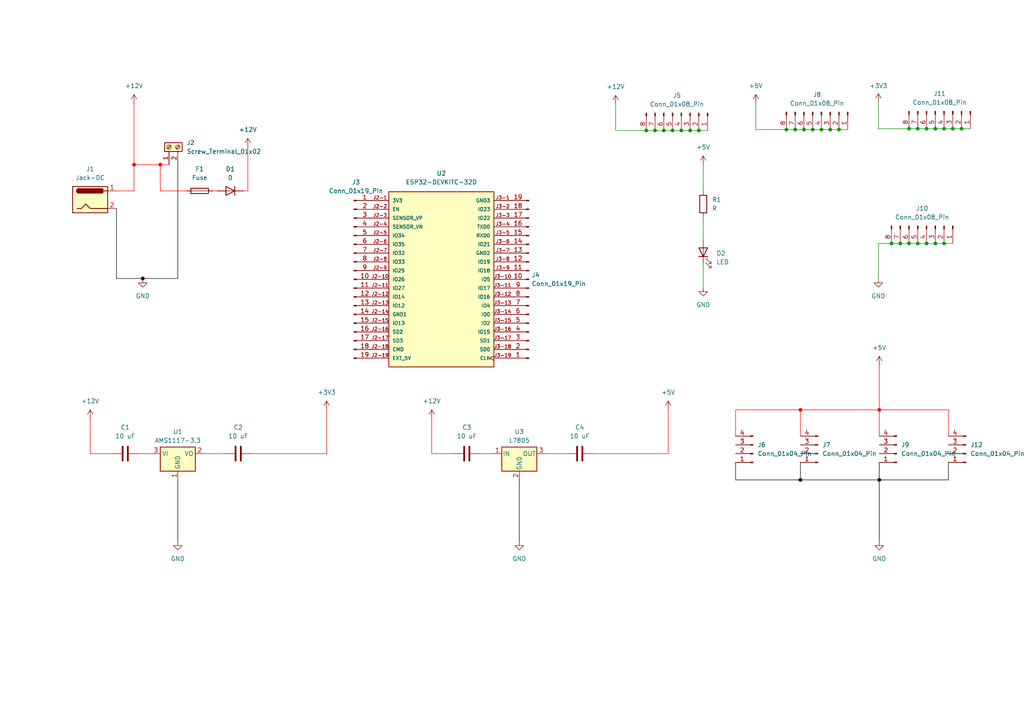
<source format=kicad_sch>
(kicad_sch (version 20231120) (generator "eeschema") (generator_version "8.0")
  (paper "A4")
  (lib_symbols
    (symbol "Connector:Conn_01x04_Pin" (pin_names (offset 1.016) hide)
      (property "Reference" "J" (at 0 5.08 0))
      (property "Value" "Conn_01x04_Pin" (at 0 -7.62 0))
      (symbol "Conn_01x04_Pin_1_1"
        (polyline (pts (xy 1.27 -5.08) (xy 0.8636 -5.08)) (stroke (width 0.1524)))
        (polyline (pts (xy 1.27 -2.54) (xy 0.8636 -2.54)) (stroke (width 0.1524)))
        (polyline (pts (xy 1.27 0) (xy 0.8636 0)) (stroke (width 0.1524)))
        (polyline (pts (xy 1.27 2.54) (xy 0.8636 2.54)) (stroke (width 0.1524)))
        (rectangle (start 0.8636 -4.953) (end 0 -5.207) (stroke (width 0.1524)) (fill (type outline)))
        (rectangle (start 0.8636 -2.413) (end 0 -2.667) (stroke (width 0.1524)) (fill (type outline)))
        (rectangle (start 0.8636 0.127) (end 0 -0.127) (stroke (width 0.1524)) (fill (type outline)))
        (rectangle (start 0.8636 2.667) (end 0 2.413) (stroke (width 0.1524)) (fill (type outline)))
        (pin passive line (at 5.08 2.54 180) (length 3.81) (name "Pin_1") (number "1"))
        (pin passive line (at 5.08 0 180) (length 3.81) (name "Pin_2") (number "2"))
        (pin passive line (at 5.08 -2.54 180) (length 3.81) (name "Pin_3") (number "3"))
        (pin passive line (at 5.08 -5.08 180) (length 3.81) (name "Pin_4") (number "4"))
      )
    )
    (symbol "Connector:Conn_01x08_Pin" (pin_names (offset 1.016) hide)
      (property "Reference" "J" (at 0 10.16 0))
      (property "Value" "Conn_01x08_Pin" (at 0 -12.7 0))
      (symbol "Conn_01x08_Pin_1_1"
        (polyline (pts (xy 1.27 -10.16) (xy 0.8636 -10.16)) (stroke (width 0.1524)))
        (polyline (pts (xy 1.27 -7.62) (xy 0.8636 -7.62)) (stroke (width 0.1524)))
        (polyline (pts (xy 1.27 -5.08) (xy 0.8636 -5.08)) (stroke (width 0.1524)))
        (polyline (pts (xy 1.27 -2.54) (xy 0.8636 -2.54)) (stroke (width 0.1524)))
        (polyline (pts (xy 1.27 0) (xy 0.8636 0)) (stroke (width 0.1524)))
        (polyline (pts (xy 1.27 2.54) (xy 0.8636 2.54)) (stroke (width 0.1524)))
        (polyline (pts (xy 1.27 5.08) (xy 0.8636 5.08)) (stroke (width 0.1524)))
        (polyline (pts (xy 1.27 7.62) (xy 0.8636 7.62)) (stroke (width 0.1524)))
        (rectangle (start 0.8636 -10.033) (end 0 -10.287) (stroke (width 0.1524)) (fill (type outline)))
        (rectangle (start 0.8636 -7.493) (end 0 -7.747) (stroke (width 0.1524)) (fill (type outline)))
        (rectangle (start 0.8636 -4.953) (end 0 -5.207) (stroke (width 0.1524)) (fill (type outline)))
        (rectangle (start 0.8636 -2.413) (end 0 -2.667) (stroke (width 0.1524)) (fill (type outline)))
        (rectangle (start 0.8636 0.127) (end 0 -0.127) (stroke (width 0.1524)) (fill (type outline)))
        (rectangle (start 0.8636 2.667) (end 0 2.413) (stroke (width 0.1524)) (fill (type outline)))
        (rectangle (start 0.8636 5.207) (end 0 4.953) (stroke (width 0.1524)) (fill (type outline)))
        (rectangle (start 0.8636 7.747) (end 0 7.493) (stroke (width 0.1524)) (fill (type outline)))
        (pin passive line (at 5.08 7.62 180) (length 3.81) (name "Pin_1") (number "1"))
        (pin passive line (at 5.08 5.08 180) (length 3.81) (name "Pin_2") (number "2"))
        (pin passive line (at 5.08 2.54 180) (length 3.81) (name "Pin_3") (number "3"))
        (pin passive line (at 5.08 0 180) (length 3.81) (name "Pin_4") (number "4"))
        (pin passive line (at 5.08 -2.54 180) (length 3.81) (name "Pin_5") (number "5"))
        (pin passive line (at 5.08 -5.08 180) (length 3.81) (name "Pin_6") (number "6"))
        (pin passive line (at 5.08 -7.62 180) (length 3.81) (name "Pin_7") (number "7"))
        (pin passive line (at 5.08 -10.16 180) (length 3.81) (name "Pin_8") (number "8"))
      )
    )
    (symbol "Connector:Conn_01x19_Pin" (pin_names (offset 1.016) hide)
      (property "Reference" "J" (at 0 25.4 0))
      (property "Value" "Conn_01x19_Pin" (at 0 -25.4 0))
      (symbol "Conn_01x19_Pin_1_1"
        (polyline (pts (xy 1.27 -22.86) (xy 0.8636 -22.86)) (stroke (width 0.1524)))
        (polyline (pts (xy 1.27 -20.32) (xy 0.8636 -20.32)) (stroke (width 0.1524)))
        (polyline (pts (xy 1.27 -17.78) (xy 0.8636 -17.78)) (stroke (width 0.1524)))
        (polyline (pts (xy 1.27 -15.24) (xy 0.8636 -15.24)) (stroke (width 0.1524)))
        (polyline (pts (xy 1.27 -12.7) (xy 0.8636 -12.7)) (stroke (width 0.1524)))
        (polyline (pts (xy 1.27 -10.16) (xy 0.8636 -10.16)) (stroke (width 0.1524)))
        (polyline (pts (xy 1.27 -7.62) (xy 0.8636 -7.62)) (stroke (width 0.1524)))
        (polyline (pts (xy 1.27 -5.08) (xy 0.8636 -5.08)) (stroke (width 0.1524)))
        (polyline (pts (xy 1.27 -2.54) (xy 0.8636 -2.54)) (stroke (width 0.1524)))
        (polyline (pts (xy 1.27 0) (xy 0.8636 0)) (stroke (width 0.1524)))
        (polyline (pts (xy 1.27 2.54) (xy 0.8636 2.54)) (stroke (width 0.1524)))
        (polyline (pts (xy 1.27 5.08) (xy 0.8636 5.08)) (stroke (width 0.1524)))
        (polyline (pts (xy 1.27 7.62) (xy 0.8636 7.62)) (stroke (width 0.1524)))
        (polyline (pts (xy 1.27 10.16) (xy 0.8636 10.16)) (stroke (width 0.1524)))
        (polyline (pts (xy 1.27 12.7) (xy 0.8636 12.7)) (stroke (width 0.1524)))
        (polyline (pts (xy 1.27 15.24) (xy 0.8636 15.24)) (stroke (width 0.1524)))
        (polyline (pts (xy 1.27 17.78) (xy 0.8636 17.78)) (stroke (width 0.1524)))
        (polyline (pts (xy 1.27 20.32) (xy 0.8636 20.32)) (stroke (width 0.1524)))
        (polyline (pts (xy 1.27 22.86) (xy 0.8636 22.86)) (stroke (width 0.1524)))
        (rectangle (start 0.8636 -22.733) (end 0 -22.987) (stroke (width 0.1524)) (fill (type outline)))
        (rectangle (start 0.8636 -20.193) (end 0 -20.447) (stroke (width 0.1524)) (fill (type outline)))
        (rectangle (start 0.8636 -17.653) (end 0 -17.907) (stroke (width 0.1524)) (fill (type outline)))
        (rectangle (start 0.8636 -15.113) (end 0 -15.367) (stroke (width 0.1524)) (fill (type outline)))
        (rectangle (start 0.8636 -12.573) (end 0 -12.827) (stroke (width 0.1524)) (fill (type outline)))
        (rectangle (start 0.8636 -10.033) (end 0 -10.287) (stroke (width 0.1524)) (fill (type outline)))
        (rectangle (start 0.8636 -7.493) (end 0 -7.747) (stroke (width 0.1524)) (fill (type outline)))
        (rectangle (start 0.8636 -4.953) (end 0 -5.207) (stroke (width 0.1524)) (fill (type outline)))
        (rectangle (start 0.8636 -2.413) (end 0 -2.667) (stroke (width 0.1524)) (fill (type outline)))
        (rectangle (start 0.8636 0.127) (end 0 -0.127) (stroke (width 0.1524)) (fill (type outline)))
        (rectangle (start 0.8636 2.667) (end 0 2.413) (stroke (width 0.1524)) (fill (type outline)))
        (rectangle (start 0.8636 5.207) (end 0 4.953) (stroke (width 0.1524)) (fill (type outline)))
        (rectangle (start 0.8636 7.747) (end 0 7.493) (stroke (width 0.1524)) (fill (type outline)))
        (rectangle (start 0.8636 10.287) (end 0 10.033) (stroke (width 0.1524)) (fill (type outline)))
        (rectangle (start 0.8636 12.827) (end 0 12.573) (stroke (width 0.1524)) (fill (type outline)))
        (rectangle (start 0.8636 15.367) (end 0 15.113) (stroke (width 0.1524)) (fill (type outline)))
        (rectangle (start 0.8636 17.907) (end 0 17.653) (stroke (width 0.1524)) (fill (type outline)))
        (rectangle (start 0.8636 20.447) (end 0 20.193) (stroke (width 0.1524)) (fill (type outline)))
        (rectangle (start 0.8636 22.987) (end 0 22.733) (stroke (width 0.1524)) (fill (type outline)))
        (pin passive line (at 5.08 22.86 180) (length 3.81) (name "Pin_1") (number "1"))
        (pin passive line (at 5.08 0 180) (length 3.81) (name "Pin_10") (number "10"))
        (pin passive line (at 5.08 -2.54 180) (length 3.81) (name "Pin_11") (number "11"))
        (pin passive line (at 5.08 -5.08 180) (length 3.81) (name "Pin_12") (number "12"))
        (pin passive line (at 5.08 -7.62 180) (length 3.81) (name "Pin_13") (number "13"))
        (pin passive line (at 5.08 -10.16 180) (length 3.81) (name "Pin_14") (number "14"))
        (pin passive line (at 5.08 -12.7 180) (length 3.81) (name "Pin_15") (number "15"))
        (pin passive line (at 5.08 -15.24 180) (length 3.81) (name "Pin_16") (number "16"))
        (pin passive line (at 5.08 -17.78 180) (length 3.81) (name "Pin_17") (number "17"))
        (pin passive line (at 5.08 -20.32 180) (length 3.81) (name "Pin_18") (number "18"))
        (pin passive line (at 5.08 -22.86 180) (length 3.81) (name "Pin_19") (number "19"))
        (pin passive line (at 5.08 20.32 180) (length 3.81) (name "Pin_2") (number "2"))
        (pin passive line (at 5.08 17.78 180) (length 3.81) (name "Pin_3") (number "3"))
        (pin passive line (at 5.08 15.24 180) (length 3.81) (name "Pin_4") (number "4"))
        (pin passive line (at 5.08 12.7 180) (length 3.81) (name "Pin_5") (number "5"))
        (pin passive line (at 5.08 10.16 180) (length 3.81) (name "Pin_6") (number "6"))
        (pin passive line (at 5.08 7.62 180) (length 3.81) (name "Pin_7") (number "7"))
        (pin passive line (at 5.08 5.08 180) (length 3.81) (name "Pin_8") (number "8"))
        (pin passive line (at 5.08 2.54 180) (length 3.81) (name "Pin_9") (number "9"))
      )
    )
    (symbol "Connector:Jack-DC" (pin_names (offset 1.016))
      (property "Reference" "J" (at 0 5.334 0))
      (property "Value" "Jack-DC" (at 0 -5.08 0))
      (symbol "Jack-DC_0_1"
        (rectangle (start -5.08 3.81) (end 5.08 -3.81) (stroke (width 0.254)) (fill (type background)))
        (arc (start -3.302 3.175) (mid -3.9343 2.54) (end -3.302 1.905) (stroke (width 0.254)))
        (arc (start -3.302 3.175) (mid -3.9343 2.54) (end -3.302 1.905) (stroke (width 0.254)) (fill (type outline)))
        (polyline (pts (xy 5.08 2.54) (xy 3.81 2.54)) (stroke (width 0.254)))
        (polyline (pts (xy -3.81 -2.54) (xy -2.54 -2.54) (xy -1.27 -1.27) (xy 0 -2.54) (xy 2.54 -2.54) (xy 5.08 -2.54)) (stroke (width 0.254)))
        (rectangle (start 3.683 3.175) (end -3.302 1.905) (stroke (width 0.254)) (fill (type outline)))
      )
      (symbol "Jack-DC_1_1"
        (pin passive line (at 7.62 2.54 180) (length 2.54) (name "~") (number "1"))
        (pin passive line (at 7.62 -2.54 180) (length 2.54) (name "~") (number "2"))
      )
    )
    (symbol "Connector:Screw_Terminal_01x02" (pin_names (offset 1.016) hide)
      (property "Reference" "J" (at 0 2.54 0))
      (property "Value" "Screw_Terminal_01x02" (at 0 -5.08 0))
      (symbol "Screw_Terminal_01x02_1_1"
        (rectangle (start -1.27 1.27) (end 1.27 -3.81) (stroke (width 0.254)) (fill (type background)))
        (circle (center 0 -2.54) (radius 0.635) (stroke (width 0.1524)))
        (polyline (pts (xy -0.5334 -2.2098) (xy 0.3302 -3.048)) (stroke (width 0.1524)))
        (polyline (pts (xy -0.5334 0.3302) (xy 0.3302 -0.508)) (stroke (width 0.1524)))
        (polyline (pts (xy -0.3556 -2.032) (xy 0.508 -2.8702)) (stroke (width 0.1524)))
        (polyline (pts (xy -0.3556 0.508) (xy 0.508 -0.3302)) (stroke (width 0.1524)))
        (circle (center 0 0) (radius 0.635) (stroke (width 0.1524)))
        (pin passive line (at -5.08 0 0) (length 3.81) (name "Pin_1") (number "1"))
        (pin passive line (at -5.08 -2.54 0) (length 3.81) (name "Pin_2") (number "2"))
      )
    )
    (symbol "Device:C" (pin_numbers hide) (pin_names (offset 0.254))
      (property "Reference" "C" (at 0.635 2.54 0))
      (property "Value" "C" (at 0.635 -2.54 0))
      (symbol "C_0_1"
        (polyline (pts (xy -2.032 -0.762) (xy 2.032 -0.762)) (stroke (width 0.508)))
        (polyline (pts (xy -2.032 0.762) (xy 2.032 0.762)) (stroke (width 0.508)))
      )
      (symbol "C_1_1"
        (pin passive line (at 0 3.81 270) (length 2.794) (name "~") (number "1"))
        (pin passive line (at 0 -3.81 90) (length 2.794) (name "~") (number "2"))
      )
    )
    (symbol "Device:D" (pin_numbers hide) (pin_names (offset 1.016) hide)
      (property "Reference" "D" (at 0 2.54 0))
      (property "Value" "D" (at 0 -2.54 0))
      (symbol "D_0_1"
        (polyline (pts (xy -1.27 1.27) (xy -1.27 -1.27)) (stroke (width 0.254)))
        (polyline (pts (xy 1.27 0) (xy -1.27 0)))
        (polyline (pts (xy 1.27 1.27) (xy 1.27 -1.27) (xy -1.27 0) (xy 1.27 1.27)) (stroke (width 0.254)))
      )
      (symbol "D_1_1"
        (pin passive line (at -3.81 0 0) (length 2.54) (name "K") (number "1"))
        (pin passive line (at 3.81 0 180) (length 2.54) (name "A") (number "2"))
      )
    )
    (symbol "Device:Fuse" (pin_numbers hide) (pin_names (offset 0))
      (property "Reference" "F" (at 2.032 0 90))
      (property "Value" "Fuse" (at -1.905 0 90))
      (symbol "Fuse_0_1"
        (rectangle (start -0.762 -2.54) (end 0.762 2.54) (stroke (width 0.254)))
        (polyline (pts (xy 0 2.54) (xy 0 -2.54)))
      )
      (symbol "Fuse_1_1"
        (pin passive line (at 0 3.81 270) (length 1.27) (name "~") (number "1"))
        (pin passive line (at 0 -3.81 90) (length 1.27) (name "~") (number "2"))
      )
    )
    (symbol "Device:LED" (pin_numbers hide) (pin_names (offset 1.016) hide)
      (property "Reference" "D" (at 0 2.54 0))
      (property "Value" "LED" (at 0 -2.54 0))
      (symbol "LED_0_1"
        (polyline (pts (xy -1.27 -1.27) (xy -1.27 1.27)) (stroke (width 0.254)))
        (polyline (pts (xy -1.27 0) (xy 1.27 0)))
        (polyline (pts (xy 1.27 -1.27) (xy 1.27 1.27) (xy -1.27 0) (xy 1.27 -1.27)) (stroke (width 0.254)))
        (polyline (pts (xy -3.048 -0.762) (xy -4.572 -2.286) (xy -3.81 -2.286) (xy -4.572 -2.286) (xy -4.572 -1.524)))
        (polyline (pts (xy -1.778 -0.762) (xy -3.302 -2.286) (xy -2.54 -2.286) (xy -3.302 -2.286) (xy -3.302 -1.524)))
      )
      (symbol "LED_1_1"
        (pin passive line (at -3.81 0 0) (length 2.54) (name "K") (number "1"))
        (pin passive line (at 3.81 0 180) (length 2.54) (name "A") (number "2"))
      )
    )
    (symbol "Device:R" (pin_numbers hide) (pin_names (offset 0))
      (property "Reference" "R" (at 2.032 0 90))
      (property "Value" "R" (at 0 0 90))
      (symbol "R_0_1"
        (rectangle (start -1.016 -2.54) (end 1.016 2.54) (stroke (width 0.254)))
      )
      (symbol "R_1_1"
        (pin passive line (at 0 3.81 270) (length 1.27) (name "~") (number "1"))
        (pin passive line (at 0 -3.81 90) (length 1.27) (name "~") (number "2"))
      )
    )
    (symbol "ESP32-DEVKITC-32D:ESP32-DEVKITC-32D" (pin_names (offset 1.016))
      (property "Reference" "U" (at -15.2572 26.0643 0))
      (property "Value" "ESP32-DEVKITC-32D" (at -15.2563 -27.9698 0))
      (symbol "ESP32-DEVKITC-32D_0_0"
        (rectangle (start -15.24 -25.4) (end 15.24 25.4) (stroke (width 0.254)) (fill (type background)))
        (pin power_in line (at -20.32 22.86 0) (length 5.08) (name "3V3") (number "J2-1"))
        (pin bidirectional line (at -20.32 0 0) (length 5.08) (name "IO26") (number "J2-10"))
        (pin bidirectional line (at -20.32 -2.54 0) (length 5.08) (name "IO27") (number "J2-11"))
        (pin bidirectional line (at -20.32 -5.08 0) (length 5.08) (name "IO14") (number "J2-12"))
        (pin bidirectional line (at -20.32 -7.62 0) (length 5.08) (name "IO12") (number "J2-13"))
        (pin power_in line (at -20.32 -10.16 0) (length 5.08) (name "GND1") (number "J2-14"))
        (pin bidirectional line (at -20.32 -12.7 0) (length 5.08) (name "IO13") (number "J2-15"))
        (pin bidirectional line (at -20.32 -15.24 0) (length 5.08) (name "SD2") (number "J2-16"))
        (pin bidirectional line (at -20.32 -17.78 0) (length 5.08) (name "SD3") (number "J2-17"))
        (pin bidirectional line (at -20.32 -20.32 0) (length 5.08) (name "CMD") (number "J2-18"))
        (pin power_in line (at -20.32 -22.86 0) (length 5.08) (name "EXT_5V") (number "J2-19"))
        (pin input line (at -20.32 20.32 0) (length 5.08) (name "EN") (number "J2-2"))
        (pin input line (at -20.32 17.78 0) (length 5.08) (name "SENSOR_VP") (number "J2-3"))
        (pin input line (at -20.32 15.24 0) (length 5.08) (name "SENSOR_VN") (number "J2-4"))
        (pin bidirectional line (at -20.32 12.7 0) (length 5.08) (name "IO34") (number "J2-5"))
        (pin bidirectional line (at -20.32 10.16 0) (length 5.08) (name "IO35") (number "J2-6"))
        (pin bidirectional line (at -20.32 7.62 0) (length 5.08) (name "IO32") (number "J2-7"))
        (pin bidirectional line (at -20.32 5.08 0) (length 5.08) (name "IO33") (number "J2-8"))
        (pin bidirectional line (at -20.32 2.54 0) (length 5.08) (name "IO25") (number "J2-9"))
        (pin power_in line (at 20.32 22.86 180) (length 5.08) (name "GND3") (number "J3-1"))
        (pin bidirectional line (at 20.32 0 180) (length 5.08) (name "IO5") (number "J3-10"))
        (pin bidirectional line (at 20.32 -2.54 180) (length 5.08) (name "IO17") (number "J3-11"))
        (pin bidirectional line (at 20.32 -5.08 180) (length 5.08) (name "IO16") (number "J3-12"))
        (pin bidirectional line (at 20.32 -7.62 180) (length 5.08) (name "IO4") (number "J3-13"))
        (pin bidirectional line (at 20.32 -10.16 180) (length 5.08) (name "IO0") (number "J3-14"))
        (pin bidirectional line (at 20.32 -12.7 180) (length 5.08) (name "IO2") (number "J3-15"))
        (pin bidirectional line (at 20.32 -15.24 180) (length 5.08) (name "IO15") (number "J3-16"))
        (pin bidirectional line (at 20.32 -17.78 180) (length 5.08) (name "SD1") (number "J3-17"))
        (pin bidirectional line (at 20.32 -20.32 180) (length 5.08) (name "SD0") (number "J3-18"))
        (pin input clock (at 20.32 -22.86 180) (length 5.08) (name "CLK") (number "J3-19"))
        (pin bidirectional line (at 20.32 20.32 180) (length 5.08) (name "IO23") (number "J3-2"))
        (pin bidirectional line (at 20.32 17.78 180) (length 5.08) (name "IO22") (number "J3-3"))
        (pin output line (at 20.32 15.24 180) (length 5.08) (name "TXD0") (number "J3-4"))
        (pin input line (at 20.32 12.7 180) (length 5.08) (name "RXD0") (number "J3-5"))
        (pin bidirectional line (at 20.32 10.16 180) (length 5.08) (name "IO21") (number "J3-6"))
        (pin power_in line (at 20.32 7.62 180) (length 5.08) (name "GND2") (number "J3-7"))
        (pin bidirectional line (at 20.32 5.08 180) (length 5.08) (name "IO19") (number "J3-8"))
        (pin bidirectional line (at 20.32 2.54 180) (length 5.08) (name "IO18") (number "J3-9"))
      )
    )
    (symbol "Regulator_Linear:AMS1117-3.3"
      (property "Reference" "U" (at -3.81 3.175 0))
      (property "Value" "AMS1117-3.3" (at 0 3.175 0))
      (symbol "AMS1117-3.3_0_1"
        (rectangle (start -5.08 -5.08) (end 5.08 1.905) (stroke (width 0.254)) (fill (type background)))
      )
      (symbol "AMS1117-3.3_1_1"
        (pin power_in line (at 0 -7.62 90) (length 2.54) (name "GND") (number "1"))
        (pin power_out line (at 7.62 0 180) (length 2.54) (name "VO") (number "2"))
        (pin power_in line (at -7.62 0 0) (length 2.54) (name "VI") (number "3"))
      )
    )
    (symbol "Regulator_Linear:L7805" (pin_names (offset 0.254))
      (property "Reference" "U" (at -3.81 3.175 0))
      (property "Value" "L7805" (at 0 3.175 0))
      (symbol "L7805_0_1"
        (rectangle (start -5.08 1.905) (end 5.08 -5.08) (stroke (width 0.254)) (fill (type background)))
      )
      (symbol "L7805_1_1"
        (pin power_in line (at -7.62 0 0) (length 2.54) (name "IN") (number "1"))
        (pin power_in line (at 0 -7.62 90) (length 2.54) (name "GND") (number "2"))
        (pin power_out line (at 7.62 0 180) (length 2.54) (name "OUT") (number "3"))
      )
    )
    (symbol "power:+12V" (power) (pin_numbers hide) (pin_names (offset 0) hide)
      (property "Value" "+12V" (at 0 3.556 0))
      (symbol "+12V_0_1"
        (polyline (pts (xy -0.762 1.27) (xy 0 2.54)))
        (polyline (pts (xy 0 0) (xy 0 2.54)))
        (polyline (pts (xy 0 2.54) (xy 0.762 1.27)))
      )
      (symbol "+12V_1_1"
        (pin power_in line (at 0 0 90) (length 0) (name "~") (number "1"))
      )
    )
    (symbol "power:+3V3" (power) (pin_numbers hide) (pin_names (offset 0) hide)
      (property "Value" "+3V3" (at 0 3.556 0))
      (symbol "+3V3_0_1"
        (polyline (pts (xy -0.762 1.27) (xy 0 2.54)))
        (polyline (pts (xy 0 0) (xy 0 2.54)))
        (polyline (pts (xy 0 2.54) (xy 0.762 1.27)))
      )
      (symbol "+3V3_1_1"
        (pin power_in line (at 0 0 90) (length 0) (name "~") (number "1"))
      )
    )
    (symbol "power:+5V" (power) (pin_numbers hide) (pin_names (offset 0) hide)
      (property "Value" "+5V" (at 0 3.556 0))
      (symbol "+5V_0_1"
        (polyline (pts (xy -0.762 1.27) (xy 0 2.54)))
        (polyline (pts (xy 0 0) (xy 0 2.54)))
        (polyline (pts (xy 0 2.54) (xy 0.762 1.27)))
      )
      (symbol "+5V_1_1"
        (pin power_in line (at 0 0 90) (length 0) (name "~") (number "1"))
      )
    )
    (symbol "power:GND" (power) (pin_numbers hide) (pin_names (offset 0) hide)
      (property "Value" "GND" (at 0 -3.81 0))
      (symbol "GND_0_1"
        (polyline (pts (xy 0 0) (xy 0 -1.27) (xy 1.27 -1.27) (xy 0 -2.54) (xy -1.27 -1.27) (xy 0 -1.27)))
      )
      (symbol "GND_1_1"
        (pin power_in line (at 0 0 270) (length 0) (name "~") (number "1"))
      )
    )
  )
  (junction (at 202.692 37.846))
  (junction (at 38.862 47.752) (color 255 0 0 1))
  (junction (at 273.812 37.338))
  (junction (at 263.652 70.612))
  (junction (at 187.452 37.846))
  (junction (at 273.812 70.612))
  (junction (at 192.532 37.846))
  (junction (at 228.092 37.592))
  (junction (at 258.572 70.612))
  (junction (at 41.402 80.772) (color 0 0 0 1))
  (junction (at 233.172 37.592))
  (junction (at 261.112 70.612))
  (junction (at 271.272 37.338))
  (junction (at 240.792 37.592))
  (junction (at 238.252 37.592))
  (junction (at 263.652 37.338))
  (junction (at 200.152 37.846))
  (junction (at 232.156 118.872) (color 255 0 0 1))
  (junction (at 255.016 118.872) (color 255 0 0 1))
  (junction (at 197.612 37.846))
  (junction (at 255.016 139.192) (color 0 0 0 1))
  (junction (at 46.482 47.752) (color 255 0 0 1))
  (junction (at 268.732 37.338))
  (junction (at 266.192 70.612))
  (junction (at 268.732 70.612))
  (junction (at 189.992 37.846))
  (junction (at 235.712 37.592))
  (junction (at 243.332 37.592))
  (junction (at 232.156 139.192) (color 0 0 0 1))
  (junction (at 266.192 37.338))
  (junction (at 230.632 37.592))
  (junction (at 278.892 37.338))
  (junction (at 276.352 37.338))
  (junction (at 195.072 37.846))
  (junction (at 271.272 70.612))
  (wire (pts (xy 51.562 47.752) (xy 51.562 80.772)) (stroke (width 0) (color 0 0 0 1)))
  (wire (pts (xy 187.452 37.846) (xy 189.992 37.846)))
  (wire (pts (xy 254.762 70.612) (xy 254.762 80.772)))
  (wire (pts (xy 189.992 37.846) (xy 192.532 37.846)))
  (wire (pts (xy 232.156 139.192) (xy 255.016 139.192)) (stroke (width 0) (color 0 0 0 1)))
  (wire (pts (xy 200.152 37.846) (xy 202.692 37.846)))
  (wire (pts (xy 178.562 37.846) (xy 187.452 37.846)))
  (wire (pts (xy 243.332 37.592) (xy 245.872 37.592)))
  (wire (pts (xy 40.132 131.572) (xy 43.942 131.572)) (stroke (width 0) (color 255 0 0 1)))
  (wire (pts (xy 33.782 80.772) (xy 41.402 80.772)) (stroke (width 0) (color 0 0 0 1)))
  (wire (pts (xy 268.732 70.612) (xy 271.272 70.612)))
  (wire (pts (xy 219.202 29.972) (xy 219.202 37.592)))
  (wire (pts (xy 171.958 131.572) (xy 193.802 131.572)) (stroke (width 0) (color 255 0 0 1)))
  (wire (pts (xy 178.562 30.226) (xy 178.562 37.846)))
  (wire (pts (xy 51.562 139.192) (xy 51.562 156.972)) (stroke (width 0) (color 0 0 0 1)))
  (wire (pts (xy 46.482 47.752) (xy 49.022 47.752)) (stroke (width 0) (color 255 0 0 1)))
  (wire (pts (xy 139.192 131.572) (xy 143.002 131.572)) (stroke (width 0) (color 255 0 0 1)))
  (wire (pts (xy 255.016 118.872) (xy 275.082 118.872)) (stroke (width 0) (color 255 0 0 1)))
  (wire (pts (xy 38.862 47.752) (xy 38.862 55.372)) (stroke (width 0) (color 255 0 0 1)))
  (wire (pts (xy 230.632 37.592) (xy 233.172 37.592)))
  (wire (pts (xy 255.016 139.192) (xy 255.016 156.972)) (stroke (width 0) (color 0 0 0 1)))
  (wire (pts (xy 41.402 80.772) (xy 51.562 80.772)) (stroke (width 0) (color 0 0 0 1)))
  (wire (pts (xy 278.892 37.338) (xy 281.432 37.338)))
  (wire (pts (xy 255.016 105.918) (xy 255.016 118.872)) (stroke (width 0) (color 255 0 0 1)))
  (wire (pts (xy 71.882 42.672) (xy 71.882 55.372)) (stroke (width 0) (color 255 0 0 1)))
  (wire (pts (xy 233.172 37.592) (xy 235.712 37.592)))
  (wire (pts (xy 46.482 55.372) (xy 54.102 55.372)) (stroke (width 0) (color 255 0 0 1)))
  (wire (pts (xy 228.092 37.592) (xy 230.632 37.592)))
  (wire (pts (xy 255.016 139.192) (xy 275.082 139.192)) (stroke (width 0) (color 0 0 0 1)))
  (wire (pts (xy 38.862 29.972) (xy 38.862 47.752)) (stroke (width 0) (color 255 0 0 1)))
  (wire (pts (xy 33.782 55.372) (xy 38.862 55.372)) (stroke (width 0) (color 255 0 0 1)))
  (wire (pts (xy 271.272 70.612) (xy 273.812 70.612)))
  (wire (pts (xy 33.782 60.452) (xy 33.782 80.772)) (stroke (width 0) (color 0 0 0 1)))
  (wire (pts (xy 268.732 37.338) (xy 271.272 37.338)))
  (wire (pts (xy 232.156 118.872) (xy 255.016 118.872)) (stroke (width 0) (color 255 0 0 1)))
  (wire (pts (xy 266.192 37.338) (xy 268.732 37.338)))
  (wire (pts (xy 72.898 131.572) (xy 94.742 131.572)) (stroke (width 0) (color 255 0 0 1)))
  (wire (pts (xy 46.482 47.752) (xy 46.482 55.372)) (stroke (width 0) (color 255 0 0 1)))
  (wire (pts (xy 195.072 37.846) (xy 197.612 37.846)))
  (wire (pts (xy 266.192 70.612) (xy 268.732 70.612)))
  (wire (pts (xy 38.862 47.752) (xy 46.482 47.752)) (stroke (width 0) (color 255 0 0 1)))
  (wire (pts (xy 59.182 131.572) (xy 65.278 131.572)) (stroke (width 0) (color 255 0 0 1)))
  (wire (pts (xy 213.36 118.872) (xy 232.156 118.872)) (stroke (width 0) (color 255 0 0 1)))
  (wire (pts (xy 193.802 118.872) (xy 193.802 131.572)) (stroke (width 0) (color 255 0 0 1)))
  (wire (pts (xy 203.962 47.752) (xy 203.962 55.372)))
  (wire (pts (xy 273.812 70.612) (xy 276.352 70.612)))
  (wire (pts (xy 232.156 118.872) (xy 232.156 126.492)) (stroke (width 0) (color 255 0 0 1)))
  (wire (pts (xy 203.962 76.962) (xy 203.962 83.312)))
  (wire (pts (xy 255.016 134.112) (xy 255.016 139.192)) (stroke (width 0) (color 0 0 0 1)))
  (wire (pts (xy 61.722 55.372) (xy 62.992 55.372)) (stroke (width 0) (color 255 0 0 1)))
  (wire (pts (xy 261.112 70.612) (xy 263.652 70.612)))
  (wire (pts (xy 125.222 121.412) (xy 125.222 131.572)) (stroke (width 0) (color 255 0 0 1)))
  (wire (pts (xy 263.652 70.612) (xy 266.192 70.612)))
  (wire (pts (xy 254.762 29.718) (xy 254.762 37.338)))
  (wire (pts (xy 276.352 37.338) (xy 278.892 37.338)))
  (wire (pts (xy 197.612 37.846) (xy 200.152 37.846)))
  (wire (pts (xy 158.242 131.572) (xy 164.338 131.572)) (stroke (width 0) (color 255 0 0 1)))
  (wire (pts (xy 258.572 70.612) (xy 261.112 70.612)))
  (wire (pts (xy 26.162 131.572) (xy 32.512 131.572)) (stroke (width 0) (color 255 0 0 1)))
  (wire (pts (xy 70.612 55.372) (xy 71.882 55.372)) (stroke (width 0) (color 255 0 0 1)))
  (wire (pts (xy 240.792 37.592) (xy 243.332 37.592)))
  (wire (pts (xy 150.622 139.192) (xy 150.622 156.972)) (stroke (width 0) (color 0 0 0 1)))
  (wire (pts (xy 254.762 37.338) (xy 263.652 37.338)))
  (wire (pts (xy 26.162 121.412) (xy 26.162 131.572)) (stroke (width 0) (color 255 0 0 1)))
  (wire (pts (xy 255.016 118.872) (xy 255.016 126.492)) (stroke (width 0) (color 255 0 0 1)))
  (wire (pts (xy 235.712 37.592) (xy 238.252 37.592)))
  (wire (pts (xy 202.692 37.846) (xy 205.232 37.846)))
  (wire (pts (xy 125.222 131.572) (xy 131.572 131.572)) (stroke (width 0) (color 255 0 0 1)))
  (wire (pts (xy 213.36 134.112) (xy 213.36 139.192)) (stroke (width 0) (color 0 0 0 1)))
  (wire (pts (xy 254.762 70.612) (xy 258.572 70.612)))
  (wire (pts (xy 213.36 139.192) (xy 232.156 139.192)) (stroke (width 0) (color 0 0 0 1)))
  (wire (pts (xy 232.156 134.112) (xy 232.156 139.192)) (stroke (width 0) (color 0 0 0 1)))
  (wire (pts (xy 275.082 118.872) (xy 275.082 126.492)) (stroke (width 0) (color 255 0 0 1)))
  (wire (pts (xy 203.962 62.992) (xy 203.962 69.342)))
  (wire (pts (xy 94.742 118.872) (xy 94.742 131.572)) (stroke (width 0) (color 255 0 0 1)))
  (wire (pts (xy 273.812 37.338) (xy 276.352 37.338)))
  (wire (pts (xy 271.272 37.338) (xy 273.812 37.338)))
  (wire (pts (xy 219.202 37.592) (xy 228.092 37.592)))
  (wire (pts (xy 275.082 134.112) (xy 275.082 139.192)) (stroke (width 0) (color 0 0 0 1)))
  (wire (pts (xy 213.36 118.872) (xy 213.36 126.492)) (stroke (width 0) (color 255 0 0 1)))
  (wire (pts (xy 192.532 37.846) (xy 195.072 37.846)))
  (wire (pts (xy 263.652 37.338) (xy 266.192 37.338)))
  (wire (pts (xy 238.252 37.592) (xy 240.792 37.592)))
  (symbol (lib_id "power:+5V") (at 255.016 105.918 0) (unit 1)
    (property "Reference" "#PWR016" (effects (hide yes)))
    (property "Value" "+5V" (at 255.016 100.838 0))
    (property "Description" "Power symbol creates a global label with name \"+5V\"" (effects (hide yes)))
  )
  (symbol (lib_id "Device:C") (at 69.088 131.572 90) (unit 1)
    (property "Reference" "C2" (at 69.088 123.952 90))
    (property "Value" "10 uF" (at 69.088 126.492 90))
    (property "Footprint" "Capacitor_THT:C_Axial_L3.8mm_D2.6mm_P10.00mm_Horizontal" (effects (hide yes)))
    (property "Description" "Unpolarized capacitor" (effects (hide yes)))
  )
  (symbol (lib_id "power:GND") (at 254.762 80.772 0) (unit 1)
    (property "Reference" "#PWR015" (effects (hide yes)))
    (property "Value" "GND" (at 254.762 85.852 0))
    (property "Description" "Power symbol creates a global label with name \"GND\" , ground" (effects (hide yes)))
  )
  (symbol (lib_id "Connector:Conn_01x04_Pin") (at 237.236 131.572 180) (unit 1)
    (property "Reference" "J7" (at 238.506 129.0319 0) (effects (justify right)))
    (property "Value" "Conn_01x04_Pin" (at 238.506 131.5719 0) (effects (justify right)))
    (property "Footprint" "Connector_PinHeader_2.00mm:PinHeader_1x04_P2.00mm_Vertical" (effects (hide yes)))
    (property "Description" "Generic connector, single row, 01x04, script generated" (effects (hide yes)))
  )
  (symbol (lib_id "Connector:Conn_01x19_Pin") (at 153.416 81.026 180) (unit 1)
    (property "Reference" "J4" (at 154.178 79.7559 0) (effects (justify right)))
    (property "Value" "Conn_01x19_Pin" (at 154.178 82.2959 0) (effects (justify right)))
    (property "Footprint" "Connector_PinHeader_2.54mm:PinHeader_1x19_P2.54mm_Vertical" (effects (hide yes)))
    (property "Description" "Generic connector, single row, 01x19, script generated" (effects (hide yes)))
  )
  (symbol (lib_id "power:+12V") (at 125.222 121.412 0) (unit 1)
    (property "Reference" "#PWR07" (effects (hide yes)))
    (property "Value" "+12V" (at 125.222 116.332 0))
    (property "Description" "Power symbol creates a global label with name \"+12V\"" (effects (hide yes)))
  )
  (symbol (lib_id "Device:Fuse") (at 57.912 55.372 90) (unit 1)
    (property "Reference" "F1" (at 57.912 49.022 90))
    (property "Value" "Fuse" (at 57.912 51.562 90))
    (property "Footprint" "Fuse:Fuse_BelFuse_0ZRE0005FF_L8.3mm_W3.8mm" (effects (hide yes)))
    (property "Description" "Fuse" (effects (hide yes)))
  )
  (symbol (lib_id "power:GND") (at 41.402 80.772 0) (unit 1)
    (property "Reference" "#PWR03" (effects (hide yes)))
    (property "Value" "GND" (at 41.402 85.852 0))
    (property "Description" "Power symbol creates a global label with name \"GND\" , ground" (effects (hide yes)))
  )
  (symbol (lib_id "Connector:Conn_01x04_Pin") (at 218.44 131.572 180) (unit 1)
    (property "Reference" "J6" (at 219.71 129.0319 0) (effects (justify right)))
    (property "Value" "Conn_01x04_Pin" (at 219.71 131.5719 0) (effects (justify right)))
    (property "Footprint" "Connector_PinHeader_2.00mm:PinHeader_1x04_P2.00mm_Vertical" (effects (hide yes)))
    (property "Description" "Generic connector, single row, 01x04, script generated" (effects (hide yes)))
  )
  (symbol (lib_id "Device:C") (at 135.382 131.572 90) (unit 1)
    (property "Reference" "C3" (at 135.382 123.952 90))
    (property "Value" "10 uF" (at 135.382 126.492 90))
    (property "Footprint" "Capacitor_THT:C_Axial_L3.8mm_D2.6mm_P10.00mm_Horizontal" (effects (hide yes)))
    (property "Description" "Unpolarized capacitor" (effects (hide yes)))
  )
  (symbol (lib_id "Connector:Conn_01x08_Pin") (at 197.612 32.766 270) (unit 1)
    (property "Reference" "J5" (at 196.342 27.686 90))
    (property "Value" "Conn_01x08_Pin" (at 196.342 30.226 90))
    (property "Footprint" "Connector_PinHeader_2.00mm:PinHeader_1x08_P2.00mm_Vertical" (effects (hide yes)))
    (property "Description" "Generic connector, single row, 01x08, script generated" (effects (hide yes)))
  )
  (symbol (lib_id "power:+3V3") (at 94.742 118.872 0) (unit 1)
    (property "Reference" "#PWR06" (effects (hide yes)))
    (property "Value" "+3V3" (at 94.742 113.792 0))
    (property "Description" "Power symbol creates a global label with name \"+3V3\"" (effects (hide yes)))
  )
  (symbol (lib_id "power:GND") (at 203.962 83.312 0) (unit 1)
    (property "Reference" "#PWR012" (effects (hide yes)))
    (property "Value" "GND" (at 203.962 88.392 0))
    (property "Description" "Power symbol creates a global label with name \"GND\" , ground" (effects (hide yes)))
  )
  (symbol (lib_id "power:+12V") (at 38.862 29.972 0) (unit 1)
    (property "Reference" "#PWR02" (effects (hide yes)))
    (property "Value" "+12V" (at 38.862 24.892 0))
    (property "Description" "Power symbol creates a global label with name \"+12V\"" (effects (hide yes)))
  )
  (symbol (lib_id "Connector:Conn_01x19_Pin") (at 102.616 81.026 0) (unit 1)
    (property "Reference" "J3" (at 103.251 52.832 0))
    (property "Value" "Conn_01x19_Pin" (at 103.251 55.372 0))
    (property "Footprint" "Connector_PinHeader_2.54mm:PinHeader_1x19_P2.54mm_Vertical" (effects (hide yes)))
    (property "Description" "Generic connector, single row, 01x19, script generated" (effects (hide yes)))
  )
  (symbol (lib_id "power:GND") (at 150.622 156.972 0) (unit 1)
    (property "Reference" "#PWR08" (effects (hide yes)))
    (property "Value" "GND" (at 150.622 162.052 0))
    (property "Description" "Power symbol creates a global label with name \"GND\" , ground" (effects (hide yes)))
  )
  (symbol (lib_id "Connector:Conn_01x04_Pin") (at 280.162 131.572 180) (unit 1)
    (property "Reference" "J12" (at 281.432 129.0319 0) (effects (justify right)))
    (property "Value" "Conn_01x04_Pin" (at 281.432 131.5719 0) (effects (justify right)))
    (property "Footprint" "Connector_PinHeader_2.00mm:PinHeader_1x04_P2.00mm_Vertical" (effects (hide yes)))
    (property "Description" "Generic connector, single row, 01x04, script generated" (effects (hide yes)))
  )
  (symbol (lib_id "Connector:Screw_Terminal_01x02") (at 49.022 42.672 90) (unit 1)
    (property "Reference" "J2" (at 54.102 41.4019 90) (effects (justify right)))
    (property "Value" "Screw_Terminal_01x02" (at 54.102 43.9419 90) (effects (justify right)))
    (property "Footprint" "TerminalBlock_Phoenix:TerminalBlock_Phoenix_MKDS-1,5-2-5.08_1x02_P5.08mm_Horizontal" (effects (hide yes)))
    (property "Description" "Generic screw terminal, single row, 01x02, script generated (kicad-library-utils/schlib/autogen/connector/)" (effects (hide yes)))
  )
  (symbol (lib_id "power:+5V") (at 193.802 118.872 0) (unit 1)
    (property "Reference" "#PWR010" (effects (hide yes)))
    (property "Value" "+5V" (at 193.802 113.792 0))
    (property "Description" "Power symbol creates a global label with name \"+5V\"" (effects (hide yes)))
  )
  (symbol (lib_id "power:+5V") (at 219.202 29.972 0) (unit 1)
    (property "Reference" "#PWR013" (effects (hide yes)))
    (property "Value" "+5V" (at 219.202 24.892 0))
    (property "Description" "Power symbol creates a global label with name \"+5V\"" (effects (hide yes)))
  )
  (symbol (lib_id "power:GND") (at 51.562 156.972 0) (unit 1)
    (property "Reference" "#PWR04" (effects (hide yes)))
    (property "Value" "GND" (at 51.562 162.052 0))
    (property "Description" "Power symbol creates a global label with name \"GND\" , ground" (effects (hide yes)))
  )
  (symbol (lib_id "power:+12V") (at 178.562 30.226 0) (unit 1)
    (property "Reference" "#PWR09" (effects (hide yes)))
    (property "Value" "+12V" (at 178.562 25.146 0))
    (property "Description" "Power symbol creates a global label with name \"+12V\"" (effects (hide yes)))
  )
  (symbol (lib_id "Connector:Conn_01x08_Pin") (at 273.812 32.258 270) (unit 1)
    (property "Reference" "J11" (at 272.542 27.178 90))
    (property "Value" "Conn_01x08_Pin" (at 272.542 29.718 90))
    (property "Footprint" "Connector_PinHeader_2.00mm:PinHeader_1x08_P2.00mm_Vertical" (effects (hide yes)))
    (property "Description" "Generic connector, single row, 01x08, script generated" (effects (hide yes)))
  )
  (symbol (lib_id "Connector:Conn_01x08_Pin") (at 238.252 32.512 270) (unit 1)
    (property "Reference" "J8" (at 236.982 27.432 90))
    (property "Value" "Conn_01x08_Pin" (at 236.982 29.972 90))
    (property "Footprint" "Connector_PinHeader_2.00mm:PinHeader_1x08_P2.00mm_Vertical" (effects (hide yes)))
    (property "Description" "Generic connector, single row, 01x08, script generated" (effects (hide yes)))
  )
  (symbol (lib_id "Connector:Conn_01x04_Pin") (at 260.096 131.572 180) (unit 1)
    (property "Reference" "J9" (at 261.366 129.0319 0) (effects (justify right)))
    (property "Value" "Conn_01x04_Pin" (at 261.366 131.5719 0) (effects (justify right)))
    (property "Footprint" "Connector_PinHeader_2.00mm:PinHeader_1x04_P2.00mm_Vertical" (effects (hide yes)))
    (property "Description" "Generic connector, single row, 01x04, script generated" (effects (hide yes)))
  )
  (symbol (lib_id "Regulator_Linear:L7805") (at 150.622 131.572 0) (unit 1)
    (property "Reference" "U3" (at 150.622 125.222 0))
    (property "Value" "L7805" (at 150.622 127.762 0))
    (property "Footprint" "Package_TO_SOT_THT:TO-220-3_Vertical" (effects (hide yes)))
    (property "Datasheet" "http://www.st.com/content/ccc/resource/technical/document/datasheet/41/4f/b3/b0/12/d4/47/88/CD00000444.pdf/files/CD00000444.pdf/jcr:content/translations/en.CD00000444.pdf" (effects (hide yes)))
    (property "Description" "Positive 1.5A 35V Linear Regulator, Fixed Output 5V, TO-220/TO-263/TO-252" (effects (hide yes)))
  )
  (symbol (lib_id "Regulator_Linear:AMS1117-3.3") (at 51.562 131.572 0) (unit 1)
    (property "Reference" "U1" (at 51.562 125.222 0))
    (property "Value" "AMS1117-3.3" (at 51.562 127.762 0))
    (property "Footprint" "Package_TO_SOT_SMD:SOT-223-3_TabPin2" (effects (hide yes)))
    (property "Datasheet" "http://www.advanced-monolithic.com/pdf/ds1117.pdf" (effects (hide yes)))
    (property "Description" "1A Low Dropout regulator, positive, 3.3V fixed output, SOT-223" (effects (hide yes)))
  )
  (symbol (lib_id "power:+3V3") (at 254.762 29.718 0) (unit 1)
    (property "Reference" "#PWR014" (effects (hide yes)))
    (property "Value" "+3V3" (at 254.762 24.892 0))
    (property "Description" "Power symbol creates a global label with name \"+3V3\"" (effects (hide yes)))
  )
  (symbol (lib_id "Device:C") (at 168.148 131.572 90) (unit 1)
    (property "Reference" "C4" (at 168.148 123.952 90))
    (property "Value" "10 uF" (at 168.148 126.492 90))
    (property "Footprint" "Capacitor_THT:C_Axial_L3.8mm_D2.6mm_P10.00mm_Horizontal" (effects (hide yes)))
    (property "Description" "Unpolarized capacitor" (effects (hide yes)))
  )
  (symbol (lib_id "power:+12V") (at 26.162 121.412 0) (unit 1)
    (property "Reference" "#PWR01" (effects (hide yes)))
    (property "Value" "+12V" (at 26.162 116.332 0))
    (property "Description" "Power symbol creates a global label with name \"+12V\"" (effects (hide yes)))
  )
  (symbol (lib_id "ESP32-DEVKITC-32D:ESP32-DEVKITC-32D") (at 128.016 81.026 0) (unit 1)
    (property "Reference" "U2" (at 128.016 50.292 0))
    (property "Value" "ESP32-DEVKITC-32D" (at 128.016 52.832 0))
    (property "Footprint" "ESP32-DEVKITC-32D:MODULE_ESP32-DEVKITC-32D" (effects (hide yes)))
    (property "MF" "Espressif Systems" (effects (hide yes)))
    (property "MAXIMUM_PACKAGE_HEIGHT" "N/A" (effects (hide yes)))
    (property "Package" "None" (effects (hide yes)))
    (property "Price" "None" (effects (hide yes)))
    (property "Check_prices" "https://www.snapeda.com/parts/ESP32-DEVKITC-32D/Espressif+Systems/view-part/?ref=eda" (effects (hide yes)))
    (property "STANDARD" "Manufacturer Recommendations" (effects (hide yes)))
    (property "PARTREV" "V4" (effects (hide yes)))
    (property "SnapEDA_Link" "https://www.snapeda.com/parts/ESP32-DEVKITC-32D/Espressif+Systems/view-part/?ref=snap" (effects (hide yes)))
    (property "MP" "ESP32-DEVKITC-32D" (effects (hide yes)))
    (property "Description_1" "\nWiFi Development Tools (802.11) ESP32 General Development Kit, ESP32-WROOM-32D on the board\n" (effects (hide yes)))
    (property "MANUFACTURER" "Espressif Systems" (effects (hide yes)))
    (property "Availability" "In Stock" (effects (hide yes)))
    (property "SNAPEDA_PN" "ESP32-DEVKITC-32D" (effects (hide yes)))
  )
  (symbol (lib_id "power:+5V") (at 203.962 47.752 0) (unit 1)
    (property "Reference" "#PWR011" (effects (hide yes)))
    (property "Value" "+5V" (at 203.962 42.672 0))
    (property "Description" "Power symbol creates a global label with name \"+5V\"" (effects (hide yes)))
  )
  (symbol (lib_id "Connector:Conn_01x08_Pin") (at 268.732 65.532 270) (unit 1)
    (property "Reference" "J10" (at 267.462 60.452 90))
    (property "Value" "Conn_01x08_Pin" (at 267.462 62.992 90))
    (property "Footprint" "Connector_PinHeader_2.00mm:PinHeader_1x08_P2.00mm_Vertical" (effects (hide yes)))
    (property "Description" "Generic connector, single row, 01x08, script generated" (effects (hide yes)))
  )
  (symbol (lib_id "Device:C") (at 36.322 131.572 90) (unit 1)
    (property "Reference" "C1" (at 36.322 123.952 90))
    (property "Value" "10 uF" (at 36.322 126.492 90))
    (property "Footprint" "Capacitor_THT:C_Axial_L3.8mm_D2.6mm_P10.00mm_Horizontal" (effects (hide yes)))
    (property "Description" "Unpolarized capacitor" (effects (hide yes)))
  )
  (symbol (lib_id "Device:LED") (at 203.962 73.152 90) (unit 1)
    (property "Reference" "D2" (at 207.772 73.4694 90) (effects (justify right)))
    (property "Value" "LED" (at 207.772 76.0094 90) (effects (justify right)))
    (property "Footprint" "LED_THT:LED_D3.0mm" (effects (hide yes)))
    (property "Description" "Light emitting diode" (effects (hide yes)))
  )
  (symbol (lib_id "Connector:Jack-DC") (at 26.162 57.912 0) (unit 1)
    (property "Reference" "J1" (at 26.162 49.022 0))
    (property "Value" "Jack-DC" (at 26.162 51.562 0))
    (property "Footprint" "Connector_BarrelJack:BarrelJack_SwitchcraftConxall_RAPC10U_Horizontal" (effects (hide yes)))
    (property "Description" "DC Barrel Jack" (effects (hide yes)))
  )
  (symbol (lib_id "power:GND") (at 255.016 156.972 0) (unit 1)
    (property "Reference" "#PWR017" (effects (hide yes)))
    (property "Value" "GND" (at 255.016 162.052 0))
    (property "Description" "Power symbol creates a global label with name \"GND\" , ground" (effects (hide yes)))
  )
  (symbol (lib_id "Device:R") (at 203.962 59.182 0) (unit 1)
    (property "Reference" "R1" (at 206.502 57.9119 0) (effects (justify left)))
    (property "Value" "R" (at 206.502 60.4519 0) (effects (justify left)))
    (property "Footprint" "Resistor_THT:R_Axial_DIN0207_L6.3mm_D2.5mm_P7.62mm_Horizontal" (effects (hide yes)))
    (property "Description" "Resistor" (effects (hide yes)))
  )
  (symbol (lib_id "Device:D") (at 66.802 55.372 180) (unit 1)
    (property "Reference" "D1" (at 66.802 49.022 0))
    (property "Value" "D" (at 66.802 51.562 0))
    (property "Footprint" "Diode_THT:D_5KPW_P12.70mm_Horizontal" (effects (hide yes)))
    (property "Description" "Diode" (effects (hide yes)))
    (property "Sim.Device" "D" (effects (hide yes)))
    (property "Sim.Pins" "1=K 2=A" (effects (hide yes)))
  )
  (symbol (lib_id "power:+12V") (at 71.882 42.672 0) (unit 1)
    (property "Reference" "#PWR05" (effects (hide yes)))
    (property "Value" "+12V" (at 71.882 37.592 0))
    (property "Description" "Power symbol creates a global label with name \"+12V\"" (effects (hide yes)))
  )
)
</source>
